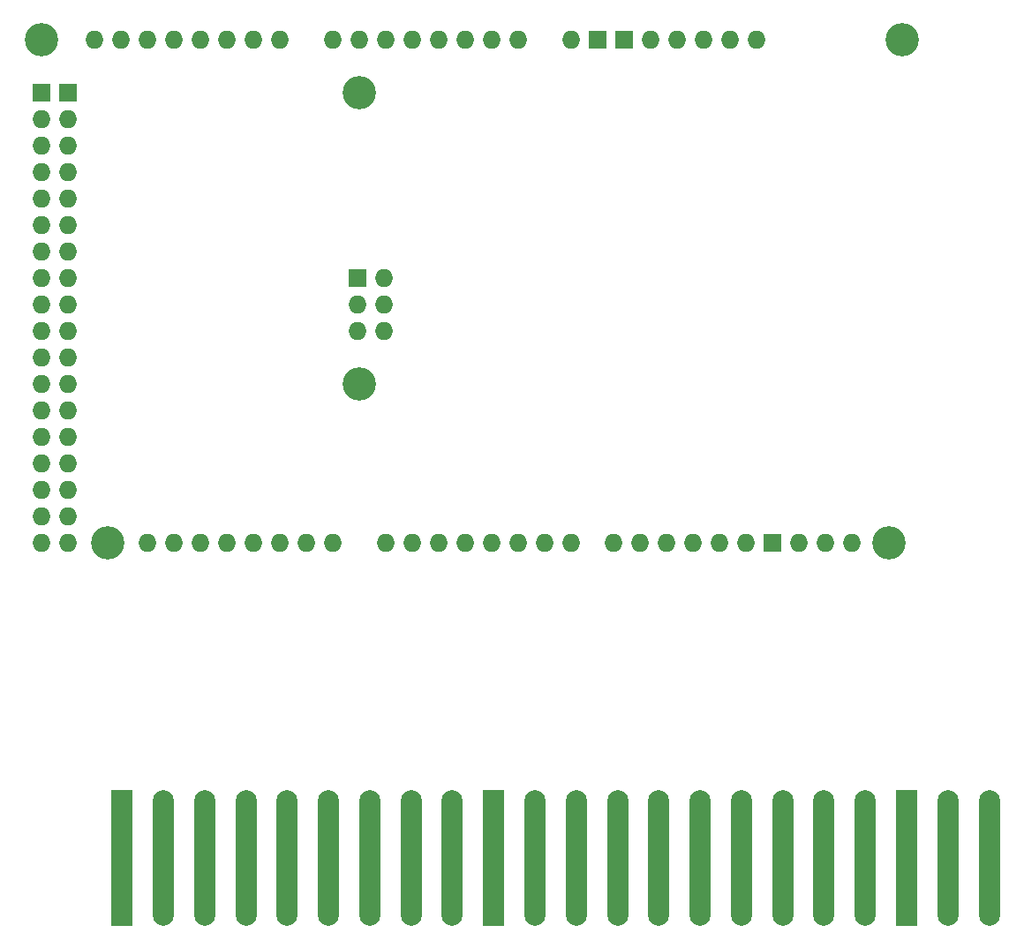
<source format=gbr>
%TF.GenerationSoftware,KiCad,Pcbnew,7.0.9*%
%TF.CreationDate,2023-11-10T10:13:11-06:00*%
%TF.ProjectId,controlSemaforicoMEga,636f6e74-726f-46c5-9365-6d61666f7269,rev?*%
%TF.SameCoordinates,PX4ef7d2aPY852b4f0*%
%TF.FileFunction,Soldermask,Bot*%
%TF.FilePolarity,Negative*%
%FSLAX46Y46*%
G04 Gerber Fmt 4.6, Leading zero omitted, Abs format (unit mm)*
G04 Created by KiCad (PCBNEW 7.0.9) date 2023-11-10 10:13:11*
%MOMM*%
%LPD*%
G01*
G04 APERTURE LIST*
%ADD10C,3.200000*%
%ADD11O,1.727200X1.727200*%
%ADD12R,1.727200X1.727200*%
%ADD13R,2.000000X13.000000*%
%ADD14O,2.000000X13.000000*%
G04 APERTURE END LIST*
D10*
%TO.C,A1*%
X90677990Y79186000D03*
X89407990Y30926000D03*
D11*
X76707990Y79186000D03*
D10*
X38607990Y46166000D03*
X38607990Y74106000D03*
X14477990Y30926000D03*
X8127990Y79186000D03*
D11*
X69087990Y79186000D03*
X66547990Y79186000D03*
X38480990Y51246000D03*
X10667990Y30926000D03*
X8127990Y30926000D03*
X53847990Y79186000D03*
X51307990Y79186000D03*
X48767990Y79186000D03*
X46227990Y79186000D03*
X43687990Y79186000D03*
X41147990Y79186000D03*
X38607990Y79186000D03*
X36067990Y79186000D03*
X30987990Y79186000D03*
X28447990Y79186000D03*
X25907990Y79186000D03*
X23367990Y79186000D03*
X20827990Y79186000D03*
X18287990Y79186000D03*
X15747990Y79186000D03*
X13207990Y79186000D03*
X80771990Y30926000D03*
X41147990Y30926000D03*
X43687990Y30926000D03*
X46227990Y30926000D03*
X48767990Y30926000D03*
X51307990Y30926000D03*
X53847990Y30926000D03*
X56387990Y30926000D03*
X58927990Y30926000D03*
X62991990Y30926000D03*
X65531990Y30926000D03*
X68071990Y30926000D03*
X70611990Y30926000D03*
X73151990Y30926000D03*
X75691990Y30926000D03*
X36067990Y30926000D03*
X33527990Y30926000D03*
X30987990Y30926000D03*
X28447990Y30926000D03*
X25907990Y30926000D03*
X23367990Y30926000D03*
X20827990Y30926000D03*
X18287990Y30926000D03*
X10667990Y33466000D03*
X8127990Y33466000D03*
X10667990Y36006000D03*
X8127990Y36006000D03*
X10667990Y38546000D03*
X8127990Y38546000D03*
X10667990Y41086000D03*
X8127990Y41086000D03*
X10667990Y43626000D03*
X8127990Y43626000D03*
X10667990Y46166000D03*
X8127990Y46166000D03*
X10667990Y48706000D03*
X8127990Y48706000D03*
X10667990Y51246000D03*
X8127990Y51246000D03*
X10667990Y53786000D03*
X8127990Y53786000D03*
X10667990Y56326000D03*
X8127990Y56326000D03*
X10667990Y58866000D03*
X8127990Y58866000D03*
X10667990Y61406000D03*
X8127990Y61406000D03*
X10667990Y63946000D03*
X8127990Y63946000D03*
X10667990Y66486000D03*
X8127990Y66486000D03*
X10667990Y69026000D03*
X8127990Y69026000D03*
X10667990Y71566000D03*
X8127990Y71566000D03*
D12*
X78231990Y30926000D03*
X64007990Y79186000D03*
X61467990Y79186000D03*
X38480990Y56326000D03*
X10667990Y74106000D03*
X8127990Y74106000D03*
D11*
X74167990Y79186000D03*
X41020990Y51246000D03*
X38480990Y53786000D03*
X71627990Y79186000D03*
X41020990Y56326000D03*
X41020990Y53786000D03*
X85851990Y30926000D03*
X83311990Y30926000D03*
X58927990Y79186000D03*
%TD*%
D13*
%TO.C,J1*%
X15900000Y700000D03*
D14*
X19860000Y700000D03*
X23820000Y700000D03*
X27780000Y700000D03*
X31740000Y700000D03*
X35700000Y700000D03*
X39660000Y700000D03*
X43620000Y700000D03*
X47580000Y700000D03*
D13*
X51540000Y700000D03*
D14*
X55500000Y700000D03*
X59460000Y700000D03*
X63420000Y700000D03*
X67379990Y700000D03*
X71339990Y700000D03*
X75299990Y700000D03*
X79259990Y700000D03*
X83219990Y700000D03*
X87179990Y700000D03*
D13*
X91139990Y700000D03*
D14*
X95099990Y700000D03*
X99059990Y700000D03*
%TD*%
M02*

</source>
